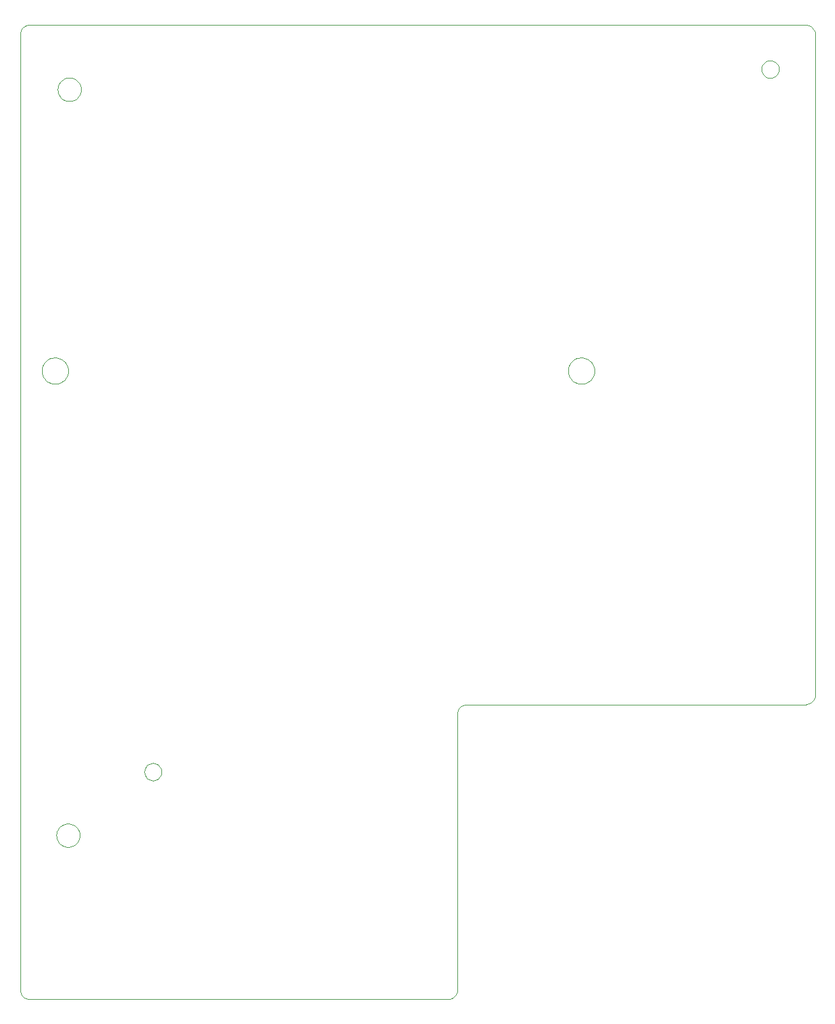
<source format=gm1>
G04*
G04 #@! TF.GenerationSoftware,Altium Limited,Altium Designer,21.4.1 (30)*
G04*
G04 Layer_Color=16711935*
%FSLAX25Y25*%
%MOIN*%
G70*
G04*
G04 #@! TF.SameCoordinates,DEE7AD03-9DC5-432F-ABA0-70263D434988*
G04*
G04*
G04 #@! TF.FilePolarity,Positive*
G04*
G01*
G75*
%ADD10C,0.00394*%
D10*
X73894Y118740D02*
X73780Y119748D01*
X73445Y120705D01*
X72906Y121563D01*
X72189Y122280D01*
X71331Y122819D01*
X70374Y123154D01*
X69366Y123268D01*
X68359Y123154D01*
X67402Y122819D01*
X66543Y122280D01*
X65826Y121563D01*
X65287Y120705D01*
X64952Y119748D01*
X64839Y118740D01*
X64952Y117733D01*
X65287Y116776D01*
X65826Y115917D01*
X66543Y115200D01*
X67402Y114661D01*
X68359Y114326D01*
X69366Y114213D01*
X70374Y114326D01*
X71331Y114661D01*
X72189Y115200D01*
X72906Y115917D01*
X73445Y116776D01*
X73780Y117733D01*
X73894Y118740D01*
X31091Y85622D02*
X31007Y86626D01*
X30760Y87603D01*
X30355Y88526D01*
X29804Y89370D01*
X29121Y90112D01*
X28326Y90731D01*
X27439Y91210D01*
X26486Y91538D01*
X25492Y91704D01*
X24484D01*
X23490Y91538D01*
X22537Y91210D01*
X21651Y90731D01*
X20855Y90112D01*
X20173Y89370D01*
X19621Y88526D01*
X19217Y87603D01*
X18969Y86626D01*
X18886Y85622D01*
X18969Y84618D01*
X19217Y83641D01*
X19621Y82718D01*
X20173Y81874D01*
X20855Y81132D01*
X21651Y80513D01*
X22537Y80034D01*
X23490Y79706D01*
X24484Y79540D01*
X25492D01*
X26486Y79706D01*
X27439Y80034D01*
X28326Y80513D01*
X29121Y81132D01*
X29804Y81874D01*
X30355Y82718D01*
X30760Y83641D01*
X31007Y84618D01*
X31091Y85622D01*
X31716Y475000D02*
X31633Y476004D01*
X31386Y476981D01*
X30981Y477904D01*
X30430Y478748D01*
X29747Y479490D01*
X28952Y480109D01*
X28065Y480588D01*
X27112Y480916D01*
X26118Y481081D01*
X25110D01*
X24116Y480916D01*
X23163Y480588D01*
X22276Y480109D01*
X21481Y479490D01*
X20799Y478748D01*
X20247Y477904D01*
X19842Y476981D01*
X19595Y476004D01*
X19512Y475000D01*
X19595Y473996D01*
X19842Y473019D01*
X20247Y472096D01*
X20799Y471252D01*
X21481Y470510D01*
X22276Y469891D01*
X23163Y469412D01*
X24116Y469084D01*
X25110Y468919D01*
X26118D01*
X27112Y469084D01*
X28065Y469412D01*
X28952Y469891D01*
X29747Y470510D01*
X30430Y471252D01*
X30981Y472096D01*
X31386Y473019D01*
X31633Y473996D01*
X31716Y475000D01*
X396378Y485626D02*
X396264Y486633D01*
X395930Y487590D01*
X395390Y488449D01*
X394673Y489166D01*
X393815Y489705D01*
X392858Y490040D01*
X391850Y490154D01*
X390843Y490040D01*
X389886Y489705D01*
X389028Y489166D01*
X388311Y488449D01*
X387771Y487590D01*
X387436Y486633D01*
X387323Y485626D01*
X387436Y484619D01*
X387771Y483662D01*
X388311Y482803D01*
X389028Y482086D01*
X389886Y481547D01*
X390843Y481212D01*
X391850Y481098D01*
X392858Y481212D01*
X393815Y481547D01*
X394673Y482086D01*
X395390Y482803D01*
X395930Y483662D01*
X396264Y484619D01*
X396378Y485626D01*
X25004Y328126D02*
X24930Y329129D01*
X24712Y330111D01*
X24352Y331050D01*
X23860Y331927D01*
X23246Y332724D01*
X22521Y333422D01*
X21703Y334007D01*
X20809Y334467D01*
X19857Y334792D01*
X18868Y334974D01*
X17863Y335011D01*
X16863Y334901D01*
X15890Y334647D01*
X14964Y334253D01*
X14105Y333729D01*
X13332Y333086D01*
X12661Y332337D01*
X12106Y331498D01*
X11679Y330587D01*
X11389Y329624D01*
X11243Y328629D01*
Y327623D01*
X11389Y326628D01*
X11679Y325665D01*
X12106Y324754D01*
X12661Y323915D01*
X13332Y323166D01*
X14105Y322523D01*
X14964Y321999D01*
X15890Y321605D01*
X16863Y321351D01*
X17863Y321241D01*
X18868Y321278D01*
X19857Y321460D01*
X20809Y321785D01*
X21703Y322245D01*
X22521Y322830D01*
X23246Y323528D01*
X23860Y324324D01*
X24352Y325202D01*
X24712Y326141D01*
X24930Y327123D01*
X25004Y328126D01*
X300004D02*
X299931Y329129D01*
X299712Y330111D01*
X299353Y331050D01*
X298860Y331927D01*
X298246Y332724D01*
X297521Y333422D01*
X296703Y334007D01*
X295809Y334467D01*
X294857Y334792D01*
X293868Y334974D01*
X292863Y335011D01*
X291863Y334901D01*
X290890Y334647D01*
X289964Y334253D01*
X289105Y333729D01*
X288332Y333086D01*
X287661Y332337D01*
X287106Y331498D01*
X286679Y330587D01*
X286389Y329624D01*
X286243Y328629D01*
Y327623D01*
X286389Y326628D01*
X286679Y325665D01*
X287106Y324754D01*
X287661Y323915D01*
X288332Y323166D01*
X289105Y322523D01*
X289964Y321999D01*
X290890Y321605D01*
X291863Y321351D01*
X292863Y321241D01*
X293868Y321278D01*
X294857Y321460D01*
X295809Y321785D01*
X296703Y322245D01*
X297521Y322830D01*
X298246Y323528D01*
X298860Y324324D01*
X299353Y325202D01*
X299712Y326141D01*
X299931Y327123D01*
X300004Y328126D01*
X223339Y0D02*
X224314Y96D01*
X225252Y381D01*
X226116Y843D01*
X226874Y1464D01*
X227496Y2222D01*
X227958Y3087D01*
X228242Y4025D01*
X228339Y5000D01*
X0Y5000D02*
X96Y4025D01*
X381Y3087D01*
X843Y2222D01*
X1464Y1464D01*
X2222Y843D01*
X3087Y381D01*
X4025Y96D01*
X5000Y0D01*
X5142Y508858D02*
X4139Y508759D01*
X3175Y508467D01*
X2286Y507992D01*
X1506Y507352D01*
X867Y506573D01*
X391Y505684D01*
X99Y504719D01*
X-0Y503716D01*
X415354Y503700D02*
X415255Y504706D01*
X414962Y505674D01*
X414485Y506566D01*
X413843Y507347D01*
X413062Y507989D01*
X412170Y508466D01*
X411202Y508759D01*
X410196Y508858D01*
X410243Y153858D02*
X411240Y153956D01*
X412199Y154247D01*
X413083Y154720D01*
X413857Y155356D01*
X414493Y156130D01*
X414965Y157014D01*
X415256Y157973D01*
X415354Y158970D01*
X233343Y153858D02*
X232366Y153762D01*
X231428Y153477D01*
X230562Y153015D01*
X229804Y152393D01*
X229182Y151634D01*
X228719Y150769D01*
X228435Y149831D01*
X228339Y148854D01*
X5000Y0D02*
X223339Y0D01*
X228339Y5000D02*
Y148854D01*
X233343Y153858D02*
X410243D01*
X415354Y158970D02*
Y503700D01*
X5142Y508858D02*
X410196D01*
X-0Y5000D02*
Y503716D01*
M02*

</source>
